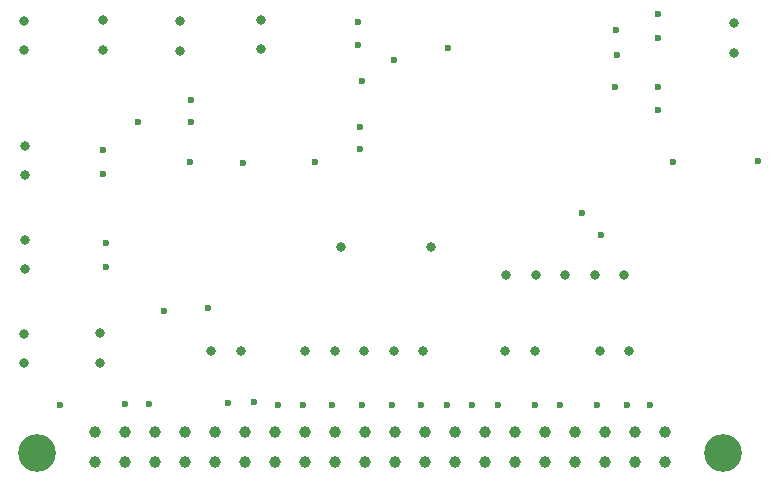
<source format=gbr>
%TF.GenerationSoftware,Altium Limited,Altium Designer,19.1.9 (167)*%
G04 Layer_Color=0*
%FSLAX44Y44*%
%MOMM*%
%TF.FileFunction,Plated,1,2,PTH,Drill*%
%TF.Part,Single*%
G01*
G75*
%TA.AperFunction,ComponentDrill*%
%ADD10C,0.6000*%
%ADD11C,1.0000*%
%ADD12C,0.8000*%
%ADD13C,0.8000*%
%TA.AperFunction,ViaDrill,NotFilled*%
%ADD14C,0.6000*%
%ADD15C,3.2000*%
D10*
X742750Y319000D02*
D03*
Y299000D02*
D03*
X742250Y257750D02*
D03*
Y237750D02*
D03*
X490000Y205250D02*
D03*
Y223750D02*
D03*
X347250Y246750D02*
D03*
Y228250D02*
D03*
X272500Y204250D02*
D03*
Y184250D02*
D03*
X275500Y125500D02*
D03*
Y105500D02*
D03*
X488750Y292750D02*
D03*
Y312750D02*
D03*
D11*
X748436Y-34565D02*
D03*
Y-59965D02*
D03*
X646836Y-34565D02*
D03*
Y-59965D02*
D03*
X545236Y-34565D02*
D03*
Y-59965D02*
D03*
X443636Y-34565D02*
D03*
Y-59965D02*
D03*
X342036Y-34565D02*
D03*
Y-59965D02*
D03*
X672236Y-34565D02*
D03*
X697636D02*
D03*
X672236Y-59965D02*
D03*
X697636D02*
D03*
X596036Y-34565D02*
D03*
X621436D02*
D03*
X596036Y-59965D02*
D03*
X621436D02*
D03*
X494436Y-34565D02*
D03*
X519836D02*
D03*
X494436Y-59965D02*
D03*
X519836D02*
D03*
X418236Y-34565D02*
D03*
X469036D02*
D03*
X418236Y-59965D02*
D03*
X469036D02*
D03*
X367436Y-34565D02*
D03*
X392836D02*
D03*
X367436Y-59965D02*
D03*
X392836D02*
D03*
X265836Y-34565D02*
D03*
X291236D02*
D03*
X265836Y-59965D02*
D03*
X291236D02*
D03*
X570636Y-34565D02*
D03*
X723036D02*
D03*
X570636Y-59965D02*
D03*
X723036D02*
D03*
X316636Y-34565D02*
D03*
Y-59965D02*
D03*
D12*
X713750Y98750D02*
D03*
X688750D02*
D03*
X663750D02*
D03*
X638750D02*
D03*
X613750D02*
D03*
X543826Y34035D02*
D03*
X518826D02*
D03*
X493826D02*
D03*
X468826D02*
D03*
X443826D02*
D03*
X364250Y34000D02*
D03*
X389250D02*
D03*
X693074Y34035D02*
D03*
X718074D02*
D03*
X613250Y34250D02*
D03*
X638250D02*
D03*
X474000Y122250D02*
D03*
X550000D02*
D03*
D13*
X806750Y286500D02*
D03*
Y311500D02*
D03*
X406250Y289500D02*
D03*
Y314500D02*
D03*
X272750Y289250D02*
D03*
Y314250D02*
D03*
X206000Y288500D02*
D03*
Y313500D02*
D03*
X205250Y23750D02*
D03*
Y48750D02*
D03*
X270250Y24250D02*
D03*
Y49250D02*
D03*
X206750Y183000D02*
D03*
Y208000D02*
D03*
Y103250D02*
D03*
Y128250D02*
D03*
X338000Y288250D02*
D03*
Y313250D02*
D03*
D14*
X827480Y194900D02*
D03*
X519250Y280250D02*
D03*
X565000Y290750D02*
D03*
X302250Y228250D02*
D03*
X361529Y70471D02*
D03*
X346250Y194000D02*
D03*
X391000Y193250D02*
D03*
X452250Y194000D02*
D03*
X324500Y68000D02*
D03*
X311500Y-10750D02*
D03*
X291250Y-11250D02*
D03*
X706250Y257750D02*
D03*
X378750Y-10000D02*
D03*
X400750Y-9250D02*
D03*
X707000Y306000D02*
D03*
X492000Y262250D02*
D03*
X708000Y284750D02*
D03*
X678000Y151250D02*
D03*
X694000Y132500D02*
D03*
X755250Y193750D02*
D03*
X564074Y-11965D02*
D03*
X421074D02*
D03*
X236000Y-11500D02*
D03*
X585074Y-11965D02*
D03*
X607074D02*
D03*
X659074D02*
D03*
X638073D02*
D03*
X441826D02*
D03*
X736074D02*
D03*
X716074D02*
D03*
X691074D02*
D03*
X541826D02*
D03*
X516826D02*
D03*
X466826D02*
D03*
X491826D02*
D03*
D15*
X797074Y-51965D02*
D03*
X217074D02*
D03*
%TF.MD5,1738e6789ba33fb9f38b7bea08e99fed*%
M02*

</source>
